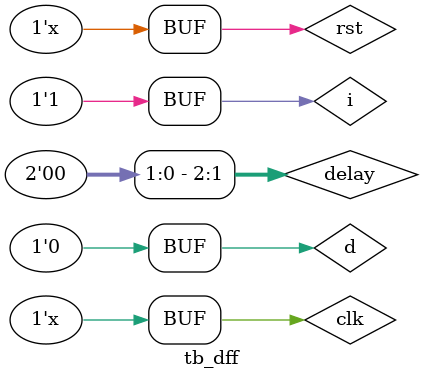
<source format=v>

`timescale 1ns/1ns
module tb_dff;
	reg clk;
	reg d;
	reg rst;
	reg [2:0] delay;
	reg i;
	
    dff  dff0 ( .d(d),
                .rst (rst),
                .clk (clk),
                .q (q),
				.qn (qn));
    
    // Generate clock
    always #10 clk = ~clk;
	always #15 rst = ~rst;
                   
    // Testcase
    initial begin
		$dumpfile("tb_dff.vcd"); // vcd file name
		$dumpvars(0,tb_dff);     // dump targetは「全部」

		$monitor("Time = %0t clk = %0d sig = %0d",$time,clk,q);

		clk <= 0;
		d <= 0;
		rst <= 0;
		
		#15 d <= 1;
		for (i = 0; i < 5; i=i+1) begin
			delay = $random;
			#(delay) d <= i;
		end
    end
endmodule

</source>
